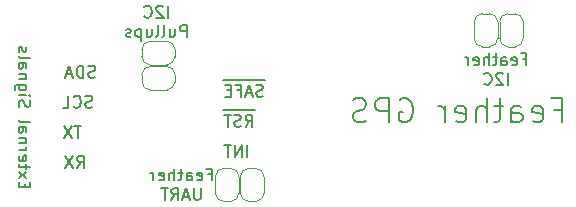
<source format=gbr>
G04 #@! TF.GenerationSoftware,KiCad,Pcbnew,(5.1.4)-1*
G04 #@! TF.CreationDate,2019-11-09T17:02:04-05:00*
G04 #@! TF.ProjectId,Feather-SAM-M8Q-GPS,46656174-6865-4722-9d53-414d2d4d3851,rev?*
G04 #@! TF.SameCoordinates,Original*
G04 #@! TF.FileFunction,Legend,Bot*
G04 #@! TF.FilePolarity,Positive*
%FSLAX46Y46*%
G04 Gerber Fmt 4.6, Leading zero omitted, Abs format (unit mm)*
G04 Created by KiCad (PCBNEW (5.1.4)-1) date 2019-11-09 17:02:04*
%MOMM*%
%LPD*%
G04 APERTURE LIST*
%ADD10C,0.150000*%
%ADD11C,0.120000*%
G04 APERTURE END LIST*
D10*
X109811914Y-64299500D02*
X108859533Y-64299500D01*
X109621438Y-65619261D02*
X109478580Y-65666880D01*
X109240485Y-65666880D01*
X109145247Y-65619261D01*
X109097628Y-65571642D01*
X109050009Y-65476404D01*
X109050009Y-65381166D01*
X109097628Y-65285928D01*
X109145247Y-65238309D01*
X109240485Y-65190690D01*
X109430961Y-65143071D01*
X109526200Y-65095452D01*
X109573819Y-65047833D01*
X109621438Y-64952595D01*
X109621438Y-64857357D01*
X109573819Y-64762119D01*
X109526200Y-64714500D01*
X109430961Y-64666880D01*
X109192866Y-64666880D01*
X109050009Y-64714500D01*
X108859533Y-64299500D02*
X108002390Y-64299500D01*
X108669057Y-65381166D02*
X108192866Y-65381166D01*
X108764295Y-65666880D02*
X108430961Y-64666880D01*
X108097628Y-65666880D01*
X108002390Y-64299500D02*
X107145247Y-64299500D01*
X107430961Y-65143071D02*
X107764295Y-65143071D01*
X107764295Y-65666880D02*
X107764295Y-64666880D01*
X107288104Y-64666880D01*
X107145247Y-64299500D02*
X106240485Y-64299500D01*
X106907152Y-65143071D02*
X106573819Y-65143071D01*
X106430961Y-65666880D02*
X106907152Y-65666880D01*
X106907152Y-64666880D01*
X106430961Y-64666880D01*
X108954771Y-66839500D02*
X107954771Y-66839500D01*
X108145248Y-68206880D02*
X108478581Y-67730690D01*
X108716676Y-68206880D02*
X108716676Y-67206880D01*
X108335724Y-67206880D01*
X108240486Y-67254500D01*
X108192867Y-67302119D01*
X108145248Y-67397357D01*
X108145248Y-67540214D01*
X108192867Y-67635452D01*
X108240486Y-67683071D01*
X108335724Y-67730690D01*
X108716676Y-67730690D01*
X107954771Y-66839500D02*
X107002390Y-66839500D01*
X107764295Y-68159261D02*
X107621438Y-68206880D01*
X107383343Y-68206880D01*
X107288105Y-68159261D01*
X107240486Y-68111642D01*
X107192867Y-68016404D01*
X107192867Y-67921166D01*
X107240486Y-67825928D01*
X107288105Y-67778309D01*
X107383343Y-67730690D01*
X107573819Y-67683071D01*
X107669057Y-67635452D01*
X107716676Y-67587833D01*
X107764295Y-67492595D01*
X107764295Y-67397357D01*
X107716676Y-67302119D01*
X107669057Y-67254500D01*
X107573819Y-67206880D01*
X107335724Y-67206880D01*
X107192867Y-67254500D01*
X107002390Y-66839500D02*
X106240486Y-66839500D01*
X106907152Y-67206880D02*
X106335724Y-67206880D01*
X106621438Y-68206880D02*
X106621438Y-67206880D01*
X108288104Y-70746880D02*
X108288104Y-69746880D01*
X107811914Y-70746880D02*
X107811914Y-69746880D01*
X107240485Y-70746880D01*
X107240485Y-69746880D01*
X106907152Y-69746880D02*
X106335723Y-69746880D01*
X106621438Y-70746880D02*
X106621438Y-69746880D01*
X89454028Y-73365571D02*
X89454028Y-73032238D01*
X88930219Y-72889380D02*
X88930219Y-73365571D01*
X89930219Y-73365571D01*
X89930219Y-72889380D01*
X88930219Y-72556047D02*
X89596885Y-72032238D01*
X89596885Y-72556047D02*
X88930219Y-72032238D01*
X89596885Y-71794142D02*
X89596885Y-71413190D01*
X89930219Y-71651285D02*
X89073076Y-71651285D01*
X88977838Y-71603666D01*
X88930219Y-71508428D01*
X88930219Y-71413190D01*
X88977838Y-70698904D02*
X88930219Y-70794142D01*
X88930219Y-70984619D01*
X88977838Y-71079857D01*
X89073076Y-71127476D01*
X89454028Y-71127476D01*
X89549266Y-71079857D01*
X89596885Y-70984619D01*
X89596885Y-70794142D01*
X89549266Y-70698904D01*
X89454028Y-70651285D01*
X89358790Y-70651285D01*
X89263552Y-71127476D01*
X88930219Y-70222714D02*
X89596885Y-70222714D01*
X89406409Y-70222714D02*
X89501647Y-70175095D01*
X89549266Y-70127476D01*
X89596885Y-70032238D01*
X89596885Y-69937000D01*
X89596885Y-69603666D02*
X88930219Y-69603666D01*
X89501647Y-69603666D02*
X89549266Y-69556047D01*
X89596885Y-69460809D01*
X89596885Y-69317952D01*
X89549266Y-69222714D01*
X89454028Y-69175095D01*
X88930219Y-69175095D01*
X88930219Y-68270333D02*
X89454028Y-68270333D01*
X89549266Y-68317952D01*
X89596885Y-68413190D01*
X89596885Y-68603666D01*
X89549266Y-68698904D01*
X88977838Y-68270333D02*
X88930219Y-68365571D01*
X88930219Y-68603666D01*
X88977838Y-68698904D01*
X89073076Y-68746523D01*
X89168314Y-68746523D01*
X89263552Y-68698904D01*
X89311171Y-68603666D01*
X89311171Y-68365571D01*
X89358790Y-68270333D01*
X88930219Y-67651285D02*
X88977838Y-67746523D01*
X89073076Y-67794142D01*
X89930219Y-67794142D01*
X88977838Y-66556047D02*
X88930219Y-66413190D01*
X88930219Y-66175095D01*
X88977838Y-66079857D01*
X89025457Y-66032238D01*
X89120695Y-65984619D01*
X89215933Y-65984619D01*
X89311171Y-66032238D01*
X89358790Y-66079857D01*
X89406409Y-66175095D01*
X89454028Y-66365571D01*
X89501647Y-66460809D01*
X89549266Y-66508428D01*
X89644504Y-66556047D01*
X89739742Y-66556047D01*
X89834980Y-66508428D01*
X89882600Y-66460809D01*
X89930219Y-66365571D01*
X89930219Y-66127476D01*
X89882600Y-65984619D01*
X88930219Y-65556047D02*
X89596885Y-65556047D01*
X89930219Y-65556047D02*
X89882600Y-65603666D01*
X89834980Y-65556047D01*
X89882600Y-65508428D01*
X89930219Y-65556047D01*
X89834980Y-65556047D01*
X89596885Y-64651285D02*
X88787361Y-64651285D01*
X88692123Y-64698904D01*
X88644504Y-64746523D01*
X88596885Y-64841761D01*
X88596885Y-64984619D01*
X88644504Y-65079857D01*
X88977838Y-64651285D02*
X88930219Y-64746523D01*
X88930219Y-64937000D01*
X88977838Y-65032238D01*
X89025457Y-65079857D01*
X89120695Y-65127476D01*
X89406409Y-65127476D01*
X89501647Y-65079857D01*
X89549266Y-65032238D01*
X89596885Y-64937000D01*
X89596885Y-64746523D01*
X89549266Y-64651285D01*
X89596885Y-64175095D02*
X88930219Y-64175095D01*
X89501647Y-64175095D02*
X89549266Y-64127476D01*
X89596885Y-64032238D01*
X89596885Y-63889380D01*
X89549266Y-63794142D01*
X89454028Y-63746523D01*
X88930219Y-63746523D01*
X88930219Y-62841761D02*
X89454028Y-62841761D01*
X89549266Y-62889380D01*
X89596885Y-62984619D01*
X89596885Y-63175095D01*
X89549266Y-63270333D01*
X88977838Y-62841761D02*
X88930219Y-62937000D01*
X88930219Y-63175095D01*
X88977838Y-63270333D01*
X89073076Y-63317952D01*
X89168314Y-63317952D01*
X89263552Y-63270333D01*
X89311171Y-63175095D01*
X89311171Y-62937000D01*
X89358790Y-62841761D01*
X88930219Y-62222714D02*
X88977838Y-62317952D01*
X89073076Y-62365571D01*
X89930219Y-62365571D01*
X88977838Y-61889380D02*
X88930219Y-61794142D01*
X88930219Y-61603666D01*
X88977838Y-61508428D01*
X89073076Y-61460809D01*
X89120695Y-61460809D01*
X89215933Y-61508428D01*
X89263552Y-61603666D01*
X89263552Y-61746523D01*
X89311171Y-61841761D01*
X89406409Y-61889380D01*
X89454028Y-61889380D01*
X89549266Y-61841761D01*
X89596885Y-61746523D01*
X89596885Y-61603666D01*
X89549266Y-61508428D01*
X93892666Y-71673980D02*
X94226000Y-71197790D01*
X94464095Y-71673980D02*
X94464095Y-70673980D01*
X94083142Y-70673980D01*
X93987904Y-70721600D01*
X93940285Y-70769219D01*
X93892666Y-70864457D01*
X93892666Y-71007314D01*
X93940285Y-71102552D01*
X93987904Y-71150171D01*
X94083142Y-71197790D01*
X94464095Y-71197790D01*
X93559333Y-70673980D02*
X92892666Y-71673980D01*
X92892666Y-70673980D02*
X93559333Y-71673980D01*
X94233904Y-68133980D02*
X93662476Y-68133980D01*
X93948190Y-69133980D02*
X93948190Y-68133980D01*
X93424380Y-68133980D02*
X92757714Y-69133980D01*
X92757714Y-68133980D02*
X93424380Y-69133980D01*
X95157776Y-66546361D02*
X95014919Y-66593980D01*
X94776823Y-66593980D01*
X94681585Y-66546361D01*
X94633966Y-66498742D01*
X94586347Y-66403504D01*
X94586347Y-66308266D01*
X94633966Y-66213028D01*
X94681585Y-66165409D01*
X94776823Y-66117790D01*
X94967300Y-66070171D01*
X95062538Y-66022552D01*
X95110157Y-65974933D01*
X95157776Y-65879695D01*
X95157776Y-65784457D01*
X95110157Y-65689219D01*
X95062538Y-65641600D01*
X94967300Y-65593980D01*
X94729204Y-65593980D01*
X94586347Y-65641600D01*
X93586347Y-66498742D02*
X93633966Y-66546361D01*
X93776823Y-66593980D01*
X93872061Y-66593980D01*
X94014919Y-66546361D01*
X94110157Y-66451123D01*
X94157776Y-66355885D01*
X94205395Y-66165409D01*
X94205395Y-66022552D01*
X94157776Y-65832076D01*
X94110157Y-65736838D01*
X94014919Y-65641600D01*
X93872061Y-65593980D01*
X93776823Y-65593980D01*
X93633966Y-65641600D01*
X93586347Y-65689219D01*
X92681585Y-66593980D02*
X93157776Y-66593980D01*
X93157776Y-65593980D01*
X95410185Y-64006361D02*
X95267328Y-64053980D01*
X95029233Y-64053980D01*
X94933995Y-64006361D01*
X94886376Y-63958742D01*
X94838757Y-63863504D01*
X94838757Y-63768266D01*
X94886376Y-63673028D01*
X94933995Y-63625409D01*
X95029233Y-63577790D01*
X95219709Y-63530171D01*
X95314947Y-63482552D01*
X95362566Y-63434933D01*
X95410185Y-63339695D01*
X95410185Y-63244457D01*
X95362566Y-63149219D01*
X95314947Y-63101600D01*
X95219709Y-63053980D01*
X94981614Y-63053980D01*
X94838757Y-63101600D01*
X94410185Y-64053980D02*
X94410185Y-63053980D01*
X94172090Y-63053980D01*
X94029233Y-63101600D01*
X93933995Y-63196838D01*
X93886376Y-63292076D01*
X93838757Y-63482552D01*
X93838757Y-63625409D01*
X93886376Y-63815885D01*
X93933995Y-63911123D01*
X94029233Y-64006361D01*
X94172090Y-64053980D01*
X94410185Y-64053980D01*
X93457804Y-63768266D02*
X92981614Y-63768266D01*
X93553042Y-64053980D02*
X93219709Y-63053980D01*
X92886376Y-64053980D01*
X134266557Y-66773442D02*
X134933223Y-66773442D01*
X134933223Y-67821061D02*
X134933223Y-65821061D01*
X133980842Y-65821061D01*
X132457033Y-67725823D02*
X132647509Y-67821061D01*
X133028461Y-67821061D01*
X133218938Y-67725823D01*
X133314176Y-67535347D01*
X133314176Y-66773442D01*
X133218938Y-66582966D01*
X133028461Y-66487728D01*
X132647509Y-66487728D01*
X132457033Y-66582966D01*
X132361795Y-66773442D01*
X132361795Y-66963919D01*
X133314176Y-67154395D01*
X130647509Y-67821061D02*
X130647509Y-66773442D01*
X130742747Y-66582966D01*
X130933223Y-66487728D01*
X131314176Y-66487728D01*
X131504652Y-66582966D01*
X130647509Y-67725823D02*
X130837985Y-67821061D01*
X131314176Y-67821061D01*
X131504652Y-67725823D01*
X131599890Y-67535347D01*
X131599890Y-67344871D01*
X131504652Y-67154395D01*
X131314176Y-67059157D01*
X130837985Y-67059157D01*
X130647509Y-66963919D01*
X129980842Y-66487728D02*
X129218938Y-66487728D01*
X129695128Y-65821061D02*
X129695128Y-67535347D01*
X129599890Y-67725823D01*
X129409414Y-67821061D01*
X129218938Y-67821061D01*
X128552271Y-67821061D02*
X128552271Y-65821061D01*
X127695128Y-67821061D02*
X127695128Y-66773442D01*
X127790366Y-66582966D01*
X127980842Y-66487728D01*
X128266557Y-66487728D01*
X128457033Y-66582966D01*
X128552271Y-66678204D01*
X125980842Y-67725823D02*
X126171319Y-67821061D01*
X126552271Y-67821061D01*
X126742747Y-67725823D01*
X126837985Y-67535347D01*
X126837985Y-66773442D01*
X126742747Y-66582966D01*
X126552271Y-66487728D01*
X126171319Y-66487728D01*
X125980842Y-66582966D01*
X125885604Y-66773442D01*
X125885604Y-66963919D01*
X126837985Y-67154395D01*
X125028461Y-67821061D02*
X125028461Y-66487728D01*
X125028461Y-66868680D02*
X124933223Y-66678204D01*
X124837985Y-66582966D01*
X124647509Y-66487728D01*
X124457033Y-66487728D01*
X121218938Y-65916300D02*
X121409414Y-65821061D01*
X121695128Y-65821061D01*
X121980842Y-65916300D01*
X122171319Y-66106776D01*
X122266557Y-66297252D01*
X122361795Y-66678204D01*
X122361795Y-66963919D01*
X122266557Y-67344871D01*
X122171319Y-67535347D01*
X121980842Y-67725823D01*
X121695128Y-67821061D01*
X121504652Y-67821061D01*
X121218938Y-67725823D01*
X121123700Y-67630585D01*
X121123700Y-66963919D01*
X121504652Y-66963919D01*
X120266557Y-67821061D02*
X120266557Y-65821061D01*
X119504652Y-65821061D01*
X119314176Y-65916300D01*
X119218938Y-66011538D01*
X119123700Y-66202014D01*
X119123700Y-66487728D01*
X119218938Y-66678204D01*
X119314176Y-66773442D01*
X119504652Y-66868680D01*
X120266557Y-66868680D01*
X118361795Y-67725823D02*
X118076080Y-67821061D01*
X117599890Y-67821061D01*
X117409414Y-67725823D01*
X117314176Y-67630585D01*
X117218938Y-67440109D01*
X117218938Y-67249633D01*
X117314176Y-67059157D01*
X117409414Y-66963919D01*
X117599890Y-66868680D01*
X117980842Y-66773442D01*
X118171319Y-66678204D01*
X118266557Y-66582966D01*
X118361795Y-66392490D01*
X118361795Y-66202014D01*
X118266557Y-66011538D01*
X118171319Y-65916300D01*
X117980842Y-65821061D01*
X117504652Y-65821061D01*
X117218938Y-65916300D01*
X101585590Y-58974480D02*
X101585590Y-57974480D01*
X101157019Y-58069719D02*
X101109400Y-58022100D01*
X101014161Y-57974480D01*
X100776066Y-57974480D01*
X100680828Y-58022100D01*
X100633209Y-58069719D01*
X100585590Y-58164957D01*
X100585590Y-58260195D01*
X100633209Y-58403052D01*
X101204638Y-58974480D01*
X100585590Y-58974480D01*
X99585590Y-58879242D02*
X99633209Y-58926861D01*
X99776066Y-58974480D01*
X99871304Y-58974480D01*
X100014161Y-58926861D01*
X100109400Y-58831623D01*
X100157019Y-58736385D01*
X100204638Y-58545909D01*
X100204638Y-58403052D01*
X100157019Y-58212576D01*
X100109400Y-58117338D01*
X100014161Y-58022100D01*
X99871304Y-57974480D01*
X99776066Y-57974480D01*
X99633209Y-58022100D01*
X99585590Y-58069719D01*
X103157019Y-60624480D02*
X103157019Y-59624480D01*
X102776066Y-59624480D01*
X102680828Y-59672100D01*
X102633209Y-59719719D01*
X102585590Y-59814957D01*
X102585590Y-59957814D01*
X102633209Y-60053052D01*
X102680828Y-60100671D01*
X102776066Y-60148290D01*
X103157019Y-60148290D01*
X101728447Y-59957814D02*
X101728447Y-60624480D01*
X102157019Y-59957814D02*
X102157019Y-60481623D01*
X102109400Y-60576861D01*
X102014161Y-60624480D01*
X101871304Y-60624480D01*
X101776066Y-60576861D01*
X101728447Y-60529242D01*
X101109400Y-60624480D02*
X101204638Y-60576861D01*
X101252257Y-60481623D01*
X101252257Y-59624480D01*
X100585590Y-60624480D02*
X100680828Y-60576861D01*
X100728447Y-60481623D01*
X100728447Y-59624480D01*
X99776066Y-59957814D02*
X99776066Y-60624480D01*
X100204638Y-59957814D02*
X100204638Y-60481623D01*
X100157019Y-60576861D01*
X100061780Y-60624480D01*
X99918923Y-60624480D01*
X99823685Y-60576861D01*
X99776066Y-60529242D01*
X99299876Y-59957814D02*
X99299876Y-60957814D01*
X99299876Y-60005433D02*
X99204638Y-59957814D01*
X99014161Y-59957814D01*
X98918923Y-60005433D01*
X98871304Y-60053052D01*
X98823685Y-60148290D01*
X98823685Y-60434004D01*
X98871304Y-60529242D01*
X98918923Y-60576861D01*
X99014161Y-60624480D01*
X99204638Y-60624480D01*
X99299876Y-60576861D01*
X98442733Y-60576861D02*
X98347495Y-60624480D01*
X98157019Y-60624480D01*
X98061780Y-60576861D01*
X98014161Y-60481623D01*
X98014161Y-60434004D01*
X98061780Y-60338766D01*
X98157019Y-60291147D01*
X98299876Y-60291147D01*
X98395114Y-60243528D01*
X98442733Y-60148290D01*
X98442733Y-60100671D01*
X98395114Y-60005433D01*
X98299876Y-59957814D01*
X98157019Y-59957814D01*
X98061780Y-60005433D01*
X104969985Y-72242871D02*
X105303319Y-72242871D01*
X105303319Y-72766680D02*
X105303319Y-71766680D01*
X104827128Y-71766680D01*
X104065223Y-72719061D02*
X104160461Y-72766680D01*
X104350938Y-72766680D01*
X104446176Y-72719061D01*
X104493795Y-72623823D01*
X104493795Y-72242871D01*
X104446176Y-72147633D01*
X104350938Y-72100014D01*
X104160461Y-72100014D01*
X104065223Y-72147633D01*
X104017604Y-72242871D01*
X104017604Y-72338109D01*
X104493795Y-72433347D01*
X103160461Y-72766680D02*
X103160461Y-72242871D01*
X103208080Y-72147633D01*
X103303319Y-72100014D01*
X103493795Y-72100014D01*
X103589033Y-72147633D01*
X103160461Y-72719061D02*
X103255700Y-72766680D01*
X103493795Y-72766680D01*
X103589033Y-72719061D01*
X103636652Y-72623823D01*
X103636652Y-72528585D01*
X103589033Y-72433347D01*
X103493795Y-72385728D01*
X103255700Y-72385728D01*
X103160461Y-72338109D01*
X102827128Y-72100014D02*
X102446176Y-72100014D01*
X102684271Y-71766680D02*
X102684271Y-72623823D01*
X102636652Y-72719061D01*
X102541414Y-72766680D01*
X102446176Y-72766680D01*
X102112842Y-72766680D02*
X102112842Y-71766680D01*
X101684271Y-72766680D02*
X101684271Y-72242871D01*
X101731890Y-72147633D01*
X101827128Y-72100014D01*
X101969985Y-72100014D01*
X102065223Y-72147633D01*
X102112842Y-72195252D01*
X100827128Y-72719061D02*
X100922366Y-72766680D01*
X101112842Y-72766680D01*
X101208080Y-72719061D01*
X101255700Y-72623823D01*
X101255700Y-72242871D01*
X101208080Y-72147633D01*
X101112842Y-72100014D01*
X100922366Y-72100014D01*
X100827128Y-72147633D01*
X100779509Y-72242871D01*
X100779509Y-72338109D01*
X101255700Y-72433347D01*
X100350938Y-72766680D02*
X100350938Y-72100014D01*
X100350938Y-72290490D02*
X100303319Y-72195252D01*
X100255700Y-72147633D01*
X100160461Y-72100014D01*
X100065223Y-72100014D01*
X104350938Y-73416680D02*
X104350938Y-74226204D01*
X104303319Y-74321442D01*
X104255700Y-74369061D01*
X104160461Y-74416680D01*
X103969985Y-74416680D01*
X103874747Y-74369061D01*
X103827128Y-74321442D01*
X103779509Y-74226204D01*
X103779509Y-73416680D01*
X103350938Y-74130966D02*
X102874747Y-74130966D01*
X103446176Y-74416680D02*
X103112842Y-73416680D01*
X102779509Y-74416680D01*
X101874747Y-74416680D02*
X102208080Y-73940490D01*
X102446176Y-74416680D02*
X102446176Y-73416680D01*
X102065223Y-73416680D01*
X101969985Y-73464300D01*
X101922366Y-73511919D01*
X101874747Y-73607157D01*
X101874747Y-73750014D01*
X101922366Y-73845252D01*
X101969985Y-73892871D01*
X102065223Y-73940490D01*
X102446176Y-73940490D01*
X101589033Y-73416680D02*
X101017604Y-73416680D01*
X101303319Y-74416680D02*
X101303319Y-73416680D01*
X131601885Y-62489271D02*
X131935219Y-62489271D01*
X131935219Y-63013080D02*
X131935219Y-62013080D01*
X131459028Y-62013080D01*
X130697123Y-62965461D02*
X130792361Y-63013080D01*
X130982838Y-63013080D01*
X131078076Y-62965461D01*
X131125695Y-62870223D01*
X131125695Y-62489271D01*
X131078076Y-62394033D01*
X130982838Y-62346414D01*
X130792361Y-62346414D01*
X130697123Y-62394033D01*
X130649504Y-62489271D01*
X130649504Y-62584509D01*
X131125695Y-62679747D01*
X129792361Y-63013080D02*
X129792361Y-62489271D01*
X129839980Y-62394033D01*
X129935219Y-62346414D01*
X130125695Y-62346414D01*
X130220933Y-62394033D01*
X129792361Y-62965461D02*
X129887600Y-63013080D01*
X130125695Y-63013080D01*
X130220933Y-62965461D01*
X130268552Y-62870223D01*
X130268552Y-62774985D01*
X130220933Y-62679747D01*
X130125695Y-62632128D01*
X129887600Y-62632128D01*
X129792361Y-62584509D01*
X129459028Y-62346414D02*
X129078076Y-62346414D01*
X129316171Y-62013080D02*
X129316171Y-62870223D01*
X129268552Y-62965461D01*
X129173314Y-63013080D01*
X129078076Y-63013080D01*
X128744742Y-63013080D02*
X128744742Y-62013080D01*
X128316171Y-63013080D02*
X128316171Y-62489271D01*
X128363790Y-62394033D01*
X128459028Y-62346414D01*
X128601885Y-62346414D01*
X128697123Y-62394033D01*
X128744742Y-62441652D01*
X127459028Y-62965461D02*
X127554266Y-63013080D01*
X127744742Y-63013080D01*
X127839980Y-62965461D01*
X127887600Y-62870223D01*
X127887600Y-62489271D01*
X127839980Y-62394033D01*
X127744742Y-62346414D01*
X127554266Y-62346414D01*
X127459028Y-62394033D01*
X127411409Y-62489271D01*
X127411409Y-62584509D01*
X127887600Y-62679747D01*
X126982838Y-63013080D02*
X126982838Y-62346414D01*
X126982838Y-62536890D02*
X126935219Y-62441652D01*
X126887600Y-62394033D01*
X126792361Y-62346414D01*
X126697123Y-62346414D01*
X130363790Y-64663080D02*
X130363790Y-63663080D01*
X129935219Y-63758319D02*
X129887600Y-63710700D01*
X129792361Y-63663080D01*
X129554266Y-63663080D01*
X129459028Y-63710700D01*
X129411409Y-63758319D01*
X129363790Y-63853557D01*
X129363790Y-63948795D01*
X129411409Y-64091652D01*
X129982838Y-64663080D01*
X129363790Y-64663080D01*
X128363790Y-64567842D02*
X128411409Y-64615461D01*
X128554266Y-64663080D01*
X128649504Y-64663080D01*
X128792361Y-64615461D01*
X128887600Y-64520223D01*
X128935219Y-64424985D01*
X128982838Y-64234509D01*
X128982838Y-64091652D01*
X128935219Y-63901176D01*
X128887600Y-63805938D01*
X128792361Y-63710700D01*
X128649504Y-63663080D01*
X128554266Y-63663080D01*
X128411409Y-63710700D01*
X128363790Y-63758319D01*
D11*
X129498600Y-60745600D02*
X129498600Y-59345600D01*
X128798600Y-58645600D02*
X128198600Y-58645600D01*
X127498600Y-59345600D02*
X127498600Y-60745600D01*
X128198600Y-61445600D02*
X128798600Y-61445600D01*
X128798600Y-61445600D02*
G75*
G03X129498600Y-60745600I0J700000D01*
G01*
X127498600Y-60745600D02*
G75*
G03X128198600Y-61445600I700000J0D01*
G01*
X128198600Y-58645600D02*
G75*
G03X127498600Y-59345600I0J-700000D01*
G01*
X129498600Y-59345600D02*
G75*
G03X128798600Y-58645600I-700000J0D01*
G01*
X131657600Y-60745600D02*
X131657600Y-59345600D01*
X130957600Y-58645600D02*
X130357600Y-58645600D01*
X129657600Y-59345600D02*
X129657600Y-60745600D01*
X130357600Y-61445600D02*
X130957600Y-61445600D01*
X130957600Y-61445600D02*
G75*
G03X131657600Y-60745600I0J700000D01*
G01*
X129657600Y-60745600D02*
G75*
G03X130357600Y-61445600I700000J0D01*
G01*
X130357600Y-58645600D02*
G75*
G03X129657600Y-59345600I0J-700000D01*
G01*
X131657600Y-59345600D02*
G75*
G03X130957600Y-58645600I-700000J0D01*
G01*
X107712000Y-73839300D02*
G75*
G03X108412000Y-74539300I700000J0D01*
G01*
X109012000Y-74539300D02*
G75*
G03X109712000Y-73839300I0J700000D01*
G01*
X109712000Y-72439300D02*
G75*
G03X109012000Y-71739300I-700000J0D01*
G01*
X108412000Y-71739300D02*
G75*
G03X107712000Y-72439300I0J-700000D01*
G01*
X109012000Y-71739300D02*
X108412000Y-71739300D01*
X109712000Y-73839300D02*
X109712000Y-72439300D01*
X108412000Y-74539300D02*
X109012000Y-74539300D01*
X107712000Y-72439300D02*
X107712000Y-73839300D01*
X105591100Y-73839300D02*
G75*
G03X106291100Y-74539300I700000J0D01*
G01*
X106891100Y-74539300D02*
G75*
G03X107591100Y-73839300I0J700000D01*
G01*
X107591100Y-72439300D02*
G75*
G03X106891100Y-71739300I-700000J0D01*
G01*
X106291100Y-71739300D02*
G75*
G03X105591100Y-72439300I0J-700000D01*
G01*
X106891100Y-71739300D02*
X106291100Y-71739300D01*
X107591100Y-73839300D02*
X107591100Y-72439300D01*
X106291100Y-74539300D02*
X106891100Y-74539300D01*
X105591100Y-72439300D02*
X105591100Y-73839300D01*
X101472200Y-63109600D02*
X100072200Y-63109600D01*
X99372200Y-63809600D02*
X99372200Y-64409600D01*
X100072200Y-65109600D02*
X101472200Y-65109600D01*
X102172200Y-64409600D02*
X102172200Y-63809600D01*
X102172200Y-63809600D02*
G75*
G03X101472200Y-63109600I-700000J0D01*
G01*
X101472200Y-65109600D02*
G75*
G03X102172200Y-64409600I0J700000D01*
G01*
X99372200Y-64409600D02*
G75*
G03X100072200Y-65109600I700000J0D01*
G01*
X100072200Y-63109600D02*
G75*
G03X99372200Y-63809600I0J-700000D01*
G01*
X101472200Y-60976000D02*
X100072200Y-60976000D01*
X99372200Y-61676000D02*
X99372200Y-62276000D01*
X100072200Y-62976000D02*
X101472200Y-62976000D01*
X102172200Y-62276000D02*
X102172200Y-61676000D01*
X102172200Y-61676000D02*
G75*
G03X101472200Y-60976000I-700000J0D01*
G01*
X101472200Y-62976000D02*
G75*
G03X102172200Y-62276000I0J700000D01*
G01*
X99372200Y-62276000D02*
G75*
G03X100072200Y-62976000I700000J0D01*
G01*
X100072200Y-60976000D02*
G75*
G03X99372200Y-61676000I0J-700000D01*
G01*
M02*

</source>
